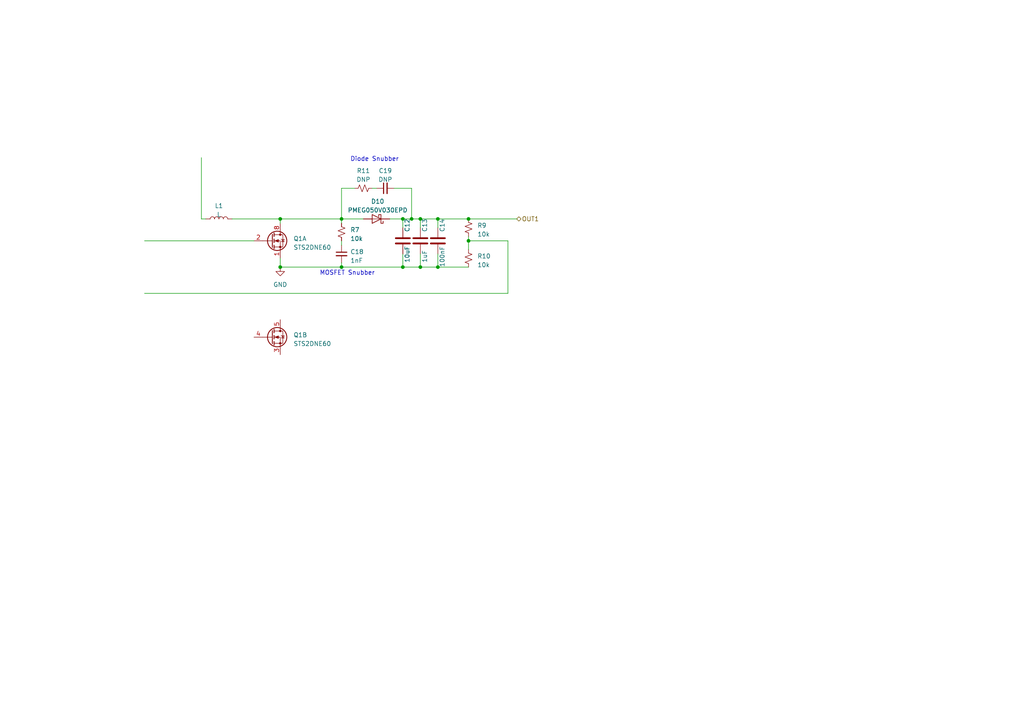
<source format=kicad_sch>
(kicad_sch (version 20230121) (generator eeschema)
  (paper "A4")
  (lib_symbols
    (symbol "Device:C" (pin_numbers hide) (pin_names (offset 0.254))
      (property "Reference" "C" (at 0.635 2.54 0))
      (property "Value" "C" (at 0.635 -2.54 0))
      (symbol "C_0_1"
        (polyline (pts (xy -2.032 -0.762) (xy 2.032 -0.762)) (stroke (width 0.508)))
        (polyline (pts (xy -2.032 0.762) (xy 2.032 0.762)) (stroke (width 0.508)))
      )
      (symbol "C_1_1"
        (pin passive line (at 0 3.81 270) (length 2.794) (name "~") (number "1"))
        (pin passive line (at 0 -3.81 90) (length 2.794) (name "~") (number "2"))
      )
    )
    (symbol "Device:C_Small" (pin_numbers hide) (pin_names (offset 0.254) hide)
      (property "Reference" "C" (at 0.254 1.778 0))
      (property "Value" "C_Small" (at 0.254 -2.032 0))
      (symbol "C_Small_0_1"
        (polyline (pts (xy -1.524 -0.508) (xy 1.524 -0.508)) (stroke (width 0.3302)))
        (polyline (pts (xy -1.524 0.508) (xy 1.524 0.508)) (stroke (width 0.3048)))
      )
      (symbol "C_Small_1_1"
        (pin passive line (at 0 2.54 270) (length 2.032) (name "~") (number "1"))
        (pin passive line (at 0 -2.54 90) (length 2.032) (name "~") (number "2"))
      )
    )
    (symbol "Device:L" (pin_numbers hide) (pin_names (offset 1.016) hide)
      (property "Reference" "L" (at -1.27 0 90))
      (property "Value" "L" (at 1.905 0 90))
      (symbol "L_0_1"
        (arc (start 0 -2.54) (mid 0.6323 -1.905) (end 0 -1.27))
        (arc (start 0 -1.27) (mid 0.6323 -0.635) (end 0 0))
        (arc (start 0 0) (mid 0.6323 0.635) (end 0 1.27))
        (arc (start 0 1.27) (mid 0.6323 1.905) (end 0 2.54))
      )
      (symbol "L_1_1"
        (pin passive line (at 0 3.81 270) (length 1.27) (name "1") (number "1"))
        (pin passive line (at 0 -3.81 90) (length 1.27) (name "2") (number "2"))
      )
    )
    (symbol "Device:R_Small_US" (pin_numbers hide) (pin_names (offset 0.254) hide)
      (property "Reference" "R" (at 0.762 0.508 0))
      (property "Value" "R_Small_US" (at 0.762 -1.016 0))
      (symbol "R_Small_US_1_1"
        (polyline (pts (xy 0 0) (xy 1.016 -0.381) (xy 0 -0.762) (xy -1.016 -1.143) (xy 0 -1.524)))
        (polyline (pts (xy 0 1.524) (xy 1.016 1.143) (xy 0 0.762) (xy -1.016 0.381) (xy 0 0)))
        (pin passive line (at 0 2.54 270) (length 1.016) (name "~") (number "1"))
        (pin passive line (at 0 -2.54 90) (length 1.016) (name "~") (number "2"))
      )
    )
    (symbol "Diode:PMEG050V030EPD" (pin_numbers hide) (pin_names hide)
      (property "Reference" "D" (at 0 2.54 0))
      (property "Value" "PMEG050V030EPD" (at 0 -2.54 0))
      (symbol "PMEG050V030EPD_0_1"
        (polyline (pts (xy 1.27 0) (xy -1.27 0)))
        (polyline (pts (xy 1.27 1.27) (xy 1.27 -1.27) (xy -1.27 0) (xy 1.27 1.27)) (stroke (width 0.2032)))
        (polyline (pts (xy -1.905 0.635) (xy -1.905 1.27) (xy -1.27 1.27) (xy -1.27 -1.27) (xy -0.635 -1.27) (xy -0.635 -0.635)) (stroke (width 0.2032)))
      )
      (symbol "PMEG050V030EPD_1_1"
        (pin passive line (at 3.81 0 180) (length 2.54) (name "A") (number "1"))
        (pin passive line (at 3.81 0 180) (length 2.54) hide (name "A") (number "2"))
        (pin passive line (at -3.81 0 0) (length 2.54) (name "K") (number "3"))
      )
    )
    (symbol "Transistor_FET:STS2DNE60" (pin_names hide)
      (property "Reference" "Q" (at 5.08 1.905 0))
      (property "Value" "STS2DNE60" (at 5.08 0 0))
      (symbol "STS2DNE60_0_1"
        (polyline (pts (xy 0.254 0) (xy -2.54 0)))
        (polyline (pts (xy 0.254 1.905) (xy 0.254 -1.905)) (stroke (width 0.254)))
        (polyline (pts (xy 0.762 -1.27) (xy 0.762 -2.286)) (stroke (width 0.254)))
        (polyline (pts (xy 0.762 0.508) (xy 0.762 -0.508)) (stroke (width 0.254)))
        (polyline (pts (xy 0.762 2.286) (xy 0.762 1.27)) (stroke (width 0.254)))
        (polyline (pts (xy 2.54 2.54) (xy 2.54 1.778)))
        (polyline (pts (xy 2.54 -2.54) (xy 2.54 0) (xy 0.762 0)))
        (polyline (pts (xy 0.762 -1.778) (xy 3.302 -1.778) (xy 3.302 1.778) (xy 0.762 1.778)))
        (polyline (pts (xy 1.016 0) (xy 2.032 0.381) (xy 2.032 -0.381) (xy 1.016 0)) (fill (type outline)))
        (polyline (pts (xy 2.794 0.508) (xy 2.921 0.381) (xy 3.683 0.381) (xy 3.81 0.254)))
        (polyline (pts (xy 3.302 0.381) (xy 2.921 -0.254) (xy 3.683 -0.254) (xy 3.302 0.381)))
        (circle (center 1.651 0) (radius 2.794) (stroke (width 0.254)))
        (circle (center 2.54 -1.778) (radius 0.254) (fill (type outline)))
        (circle (center 2.54 1.778) (radius 0.254) (fill (type outline)))
      )
      (symbol "STS2DNE60_1_1"
        (pin passive line (at 2.54 -5.08 90) (length 2.54) (name "S1") (number "1"))
        (pin passive line (at -5.08 0 0) (length 2.54) (name "G1") (number "2"))
        (pin passive line (at 2.54 5.08 270) (length 2.54) hide (name "D1") (number "7"))
        (pin passive line (at 2.54 5.08 270) (length 2.54) (name "D1") (number "8"))
      )
      (symbol "STS2DNE60_2_1"
        (pin passive line (at 2.54 -5.08 90) (length 2.54) (name "S2") (number "3"))
        (pin passive line (at -5.08 0 0) (length 2.54) (name "G2") (number "4"))
        (pin passive line (at 2.54 5.08 270) (length 2.54) (name "D2") (number "5"))
        (pin passive line (at 2.54 5.08 270) (length 2.54) hide (name "D2") (number "6"))
      )
    )
    (symbol "power:GND" (power) (pin_names (offset 0))
      (property "Value" "GND" (at 0 -3.81 0))
      (symbol "GND_0_1"
        (polyline (pts (xy 0 0) (xy 0 -1.27) (xy 1.27 -1.27) (xy 0 -2.54) (xy -1.27 -1.27) (xy 0 -1.27)))
      )
      (symbol "GND_1_1"
        (pin power_in line (at 0 0 270) (length 0) hide (name "GND") (number "1"))
      )
    )
  )
  (junction (at 116.84 63.5))
  (junction (at 99.06 77.47))
  (junction (at 121.92 63.5))
  (junction (at 127 77.47))
  (junction (at 121.92 77.47))
  (junction (at 99.06 63.5))
  (junction (at 127 63.5))
  (junction (at 119.38 63.5))
  (junction (at 135.89 69.85))
  (junction (at 81.28 63.5))
  (junction (at 135.89 63.5))
  (junction (at 81.28 77.47))
  (junction (at 116.84 77.47))
  (wire (pts (xy 147.32 69.85) (xy 147.32 85.09)))
  (wire (pts (xy 99.06 69.85) (xy 99.06 71.12)))
  (wire (pts (xy 121.92 63.5) (xy 121.92 66.04)))
  (wire (pts (xy 99.06 64.77) (xy 99.06 63.5)))
  (wire (pts (xy 116.84 66.04) (xy 116.84 63.5)))
  (wire (pts (xy 59.69 63.5) (xy 58.42 63.5)))
  (wire (pts (xy 67.31 63.5) (xy 81.28 63.5)))
  (wire (pts (xy 81.28 63.5) (xy 81.28 64.77)))
  (wire (pts (xy 119.38 54.61) (xy 119.38 63.5)))
  (wire (pts (xy 107.95 54.61) (xy 109.22 54.61)))
  (wire (pts (xy 135.89 69.85) (xy 135.89 72.39)))
  (wire (pts (xy 121.92 63.5) (xy 127 63.5)))
  (wire (pts (xy 127 63.5) (xy 135.89 63.5)))
  (wire (pts (xy 127 66.04) (xy 127 63.5)))
  (wire (pts (xy 116.84 77.47) (xy 116.84 73.66)))
  (wire (pts (xy 114.3 54.61) (xy 119.38 54.61)))
  (wire (pts (xy 99.06 54.61) (xy 99.06 63.5)))
  (wire (pts (xy 121.92 77.47) (xy 127 77.47)))
  (wire (pts (xy 41.91 85.09) (xy 147.32 85.09)))
  (wire (pts (xy 99.06 76.2) (xy 99.06 77.47)))
  (wire (pts (xy 102.87 54.61) (xy 99.06 54.61)))
  (wire (pts (xy 135.89 68.58) (xy 135.89 69.85)))
  (wire (pts (xy 41.91 69.85) (xy 73.66 69.85)))
  (wire (pts (xy 135.89 69.85) (xy 147.32 69.85)))
  (wire (pts (xy 135.89 63.5) (xy 149.86 63.5)))
  (wire (pts (xy 127 77.47) (xy 135.89 77.47)))
  (wire (pts (xy 99.06 77.47) (xy 116.84 77.47)))
  (wire (pts (xy 116.84 63.5) (xy 119.38 63.5)))
  (wire (pts (xy 121.92 73.66) (xy 121.92 77.47)))
  (wire (pts (xy 81.28 77.47) (xy 99.06 77.47)))
  (wire (pts (xy 116.84 77.47) (xy 121.92 77.47)))
  (wire (pts (xy 127 73.66) (xy 127 77.47)))
  (wire (pts (xy 113.03 63.5) (xy 116.84 63.5)))
  (wire (pts (xy 119.38 63.5) (xy 121.92 63.5)))
  (wire (pts (xy 58.42 45.72) (xy 58.42 63.5)))
  (wire (pts (xy 81.28 74.93) (xy 81.28 77.47)))
  (wire (pts (xy 81.28 63.5) (xy 99.06 63.5)))
  (wire (pts (xy 99.06 63.5) (xy 105.41 63.5)))
  (text "Diode Snubber" (at 101.6 46.99 0) (effects (font (size 1.27 1.27)) (justify left bottom)))
  (text "MOSFET Snubber" (at 92.71 80.01 0) (effects (font (size 1.27 1.27)) (justify left bottom)))
  (hierarchical_label "OUT1" (shape bidirectional) (at 149.86 63.5 0))
  (symbol (lib_id "Device:C") (at 121.92 69.85 0) (unit 1)
    (property "Reference" "C13" (at 123.19 67.31 90) (effects (justify left)))
    (property "Value" "1uF" (at 123.19 76.2 90) (effects (justify left)))
    (property "Footprint" "Capacitor_SMD:C_0402_1005Metric" (effects hide))
  )
  (symbol (lib_id "Transistor_FET:STS2DNE60") (at 78.74 69.85 0) (unit 1)
    (property "Reference" "Q1" (at 85.09 69.215 0) (effects (justify left)))
    (property "Value" "STS2DNE60" (at 85.09 71.755 0) (effects (justify left)))
    (property "Footprint" "Package_SO:OnSemi_Micro8" (effects hide))
    (property "Datasheet" "https://www.st.com/resource/en/datasheet/CD00001537.pdf" (effects hide))
  )
  (symbol (lib_id "Device:L") (at 63.5 63.5 90) (unit 1)
    (property "Reference" "L1" (at 63.5 59.69 90))
    (property "Value" "L" (at 63.5 62.23 90))
    (property "Footprint" "Inductor_SMD:L_Coilcraft_LPS4018" (effects hide))
  )
  (symbol (lib_id "Device:R_Small_US") (at 105.41 54.61 90) (unit 1)
    (property "Reference" "R11" (at 105.41 49.53 90))
    (property "Value" "DNP" (at 105.41 52.07 90))
    (property "Footprint" "Resistor_SMD:R_0402_1005Metric" (effects hide))
  )
  (symbol (lib_id "Transistor_FET:STS2DNE60") (at 78.74 97.79 0) (unit 2)
    (property "Reference" "Q1" (at 85.09 97.155 0) (effects (justify left)))
    (property "Value" "STS2DNE60" (at 85.09 99.695 0) (effects (justify left)))
    (property "Footprint" "Package_SO:OnSemi_Micro8" (effects hide))
    (property "Datasheet" "https://www.st.com/resource/en/datasheet/CD00001537.pdf" (effects hide))
  )
  (symbol (lib_id "Device:R_Small_US") (at 135.89 74.93 0) (unit 1)
    (property "Reference" "R10" (at 138.43 74.295 0) (effects (justify left)))
    (property "Value" "10k" (at 138.43 76.835 0) (effects (justify left)))
    (property "Footprint" "Resistor_SMD:R_0402_1005Metric" (effects hide))
  )
  (symbol (lib_id "Device:C") (at 127 69.85 0) (unit 1)
    (property "Reference" "C14" (at 128.27 67.31 90) (effects (justify left)))
    (property "Value" "100nF" (at 128.27 77.47 90) (effects (justify left)))
    (property "Footprint" "Capacitor_SMD:C_0402_1005Metric" (effects hide))
  )
  (symbol (lib_id "Device:C") (at 116.84 69.85 0) (unit 1)
    (property "Reference" "C12" (at 118.11 67.31 90) (effects (justify left)))
    (property "Value" "10uF" (at 118.11 76.2 90) (effects (justify left)))
    (property "Footprint" "Capacitor_SMD:C_1206_3216Metric" (effects hide))
  )
  (symbol (lib_id "Device:C_Small") (at 99.06 73.66 0) (unit 1)
    (property "Reference" "C18" (at 101.6 73.0313 0) (effects (justify left)))
    (property "Value" "1nF" (at 101.6 75.5713 0) (effects (justify left)))
    (property "Footprint" "Capacitor_SMD:C_0402_1005Metric" (effects hide))
  )
  (symbol (lib_id "Device:R_Small_US") (at 99.06 67.31 0) (unit 1)
    (property "Reference" "R7" (at 101.6 66.675 0) (effects (justify left)))
    (property "Value" "10k" (at 101.6 69.215 0) (effects (justify left)))
    (property "Footprint" "Resistor_SMD:R_0402_1005Metric" (effects hide))
  )
  (symbol (lib_id "Device:R_Small_US") (at 135.89 66.04 0) (unit 1)
    (property "Reference" "R9" (at 138.43 65.405 0) (effects (justify left)))
    (property "Value" "10k" (at 138.43 67.945 0) (effects (justify left)))
    (property "Footprint" "Resistor_SMD:R_0402_1005Metric" (effects hide))
  )
  (symbol (lib_id "Diode:PMEG050V030EPD") (at 109.22 63.5 180) (unit 1)
    (property "Reference" "D10" (at 109.5375 58.42 0))
    (property "Value" "PMEG050V030EPD" (at 109.5375 60.96 0))
    (property "Footprint" "Package_TO_SOT_SMD:Nexperia_CFP15_SOT-1289" (effects hide))
    (property "Datasheet" "https://assets.nexperia.com/documents/data-sheet/PMEG050V030EPD.pdf" (effects hide))
  )
  (symbol (lib_id "Device:C_Small") (at 111.76 54.61 90) (unit 1)
    (property "Reference" "C19" (at 111.7663 49.53 90))
    (property "Value" "DNP" (at 111.7663 52.07 90))
    (property "Footprint" "Capacitor_SMD:C_0402_1005Metric" (effects hide))
  )
  (symbol (lib_id "power:GND") (at 81.28 77.47 0) (unit 1)
    (property "Reference" "#PWR030" (effects hide))
    (property "Value" "GND" (at 81.28 82.55 0))
  )
)
</source>
